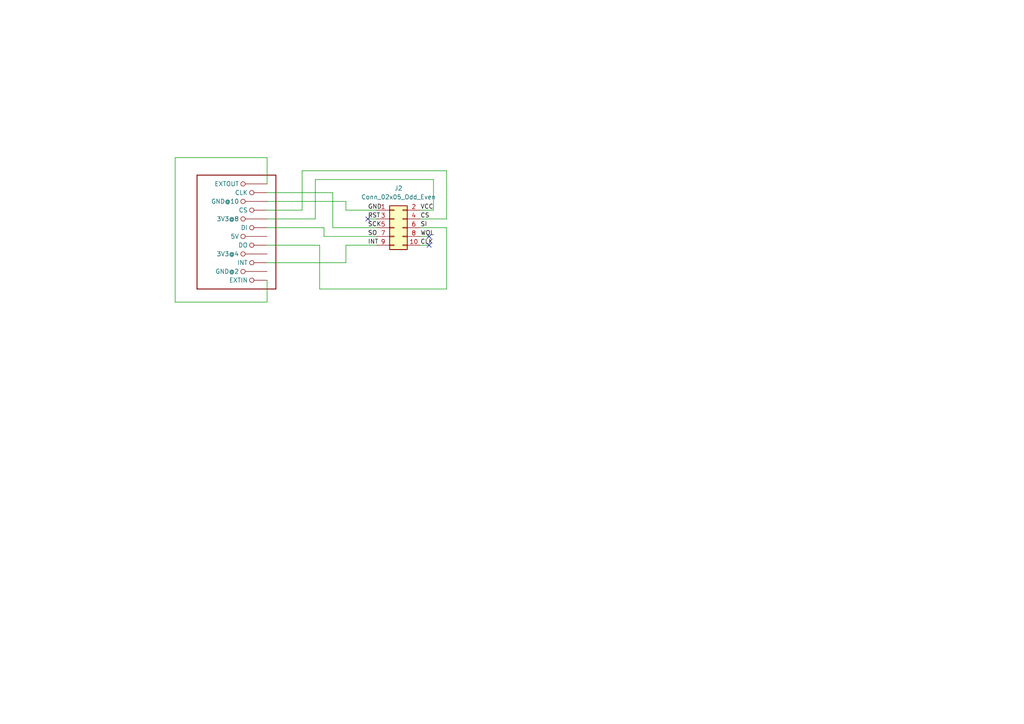
<source format=kicad_sch>
(kicad_sch (version 20230121) (generator eeschema)

  (uuid 4f7946c9-ed15-4264-b9fb-7070e1055cb7)

  (paper "A4")

  (lib_symbols
    (symbol "Connector_Generic:Conn_02x05_Odd_Even" (pin_names (offset 1.016) hide) (in_bom yes) (on_board yes)
      (property "Reference" "J" (at 1.27 7.62 0)
        (effects (font (size 1.27 1.27)))
      )
      (property "Value" "Conn_02x05_Odd_Even" (at 1.27 -7.62 0)
        (effects (font (size 1.27 1.27)))
      )
      (property "Footprint" "" (at 0 0 0)
        (effects (font (size 1.27 1.27)) hide)
      )
      (property "Datasheet" "~" (at 0 0 0)
        (effects (font (size 1.27 1.27)) hide)
      )
      (property "ki_keywords" "connector" (at 0 0 0)
        (effects (font (size 1.27 1.27)) hide)
      )
      (property "ki_description" "Generic connector, double row, 02x05, odd/even pin numbering scheme (row 1 odd numbers, row 2 even numbers), script generated (kicad-library-utils/schlib/autogen/connector/)" (at 0 0 0)
        (effects (font (size 1.27 1.27)) hide)
      )
      (property "ki_fp_filters" "Connector*:*_2x??_*" (at 0 0 0)
        (effects (font (size 1.27 1.27)) hide)
      )
      (symbol "Conn_02x05_Odd_Even_1_1"
        (rectangle (start -1.27 -4.953) (end 0 -5.207)
          (stroke (width 0.1524) (type default))
          (fill (type none))
        )
        (rectangle (start -1.27 -2.413) (end 0 -2.667)
          (stroke (width 0.1524) (type default))
          (fill (type none))
        )
        (rectangle (start -1.27 0.127) (end 0 -0.127)
          (stroke (width 0.1524) (type default))
          (fill (type none))
        )
        (rectangle (start -1.27 2.667) (end 0 2.413)
          (stroke (width 0.1524) (type default))
          (fill (type none))
        )
        (rectangle (start -1.27 5.207) (end 0 4.953)
          (stroke (width 0.1524) (type default))
          (fill (type none))
        )
        (rectangle (start -1.27 6.35) (end 3.81 -6.35)
          (stroke (width 0.254) (type default))
          (fill (type background))
        )
        (rectangle (start 3.81 -4.953) (end 2.54 -5.207)
          (stroke (width 0.1524) (type default))
          (fill (type none))
        )
        (rectangle (start 3.81 -2.413) (end 2.54 -2.667)
          (stroke (width 0.1524) (type default))
          (fill (type none))
        )
        (rectangle (start 3.81 0.127) (end 2.54 -0.127)
          (stroke (width 0.1524) (type default))
          (fill (type none))
        )
        (rectangle (start 3.81 2.667) (end 2.54 2.413)
          (stroke (width 0.1524) (type default))
          (fill (type none))
        )
        (rectangle (start 3.81 5.207) (end 2.54 4.953)
          (stroke (width 0.1524) (type default))
          (fill (type none))
        )
        (pin passive line (at -5.08 5.08 0) (length 3.81)
          (name "Pin_1" (effects (font (size 1.27 1.27))))
          (number "1" (effects (font (size 1.27 1.27))))
        )
        (pin passive line (at 7.62 -5.08 180) (length 3.81)
          (name "Pin_10" (effects (font (size 1.27 1.27))))
          (number "10" (effects (font (size 1.27 1.27))))
        )
        (pin passive line (at 7.62 5.08 180) (length 3.81)
          (name "Pin_2" (effects (font (size 1.27 1.27))))
          (number "2" (effects (font (size 1.27 1.27))))
        )
        (pin passive line (at -5.08 2.54 0) (length 3.81)
          (name "Pin_3" (effects (font (size 1.27 1.27))))
          (number "3" (effects (font (size 1.27 1.27))))
        )
        (pin passive line (at 7.62 2.54 180) (length 3.81)
          (name "Pin_4" (effects (font (size 1.27 1.27))))
          (number "4" (effects (font (size 1.27 1.27))))
        )
        (pin passive line (at -5.08 0 0) (length 3.81)
          (name "Pin_5" (effects (font (size 1.27 1.27))))
          (number "5" (effects (font (size 1.27 1.27))))
        )
        (pin passive line (at 7.62 0 180) (length 3.81)
          (name "Pin_6" (effects (font (size 1.27 1.27))))
          (number "6" (effects (font (size 1.27 1.27))))
        )
        (pin passive line (at -5.08 -2.54 0) (length 3.81)
          (name "Pin_7" (effects (font (size 1.27 1.27))))
          (number "7" (effects (font (size 1.27 1.27))))
        )
        (pin passive line (at 7.62 -2.54 180) (length 3.81)
          (name "Pin_8" (effects (font (size 1.27 1.27))))
          (number "8" (effects (font (size 1.27 1.27))))
        )
        (pin passive line (at -5.08 -5.08 0) (length 3.81)
          (name "Pin_9" (effects (font (size 1.27 1.27))))
          (number "9" (effects (font (size 1.27 1.27))))
        )
      )
    )
    (symbol "gecko-eagle-import:GC_MEMCARD" (in_bom yes) (on_board yes)
      (property "Reference" "J" (at 0 0 0)
        (effects (font (size 1.27 1.27)) hide)
      )
      (property "Value" "" (at 0 0 0)
        (effects (font (size 1.27 1.27)) hide)
      )
      (property "Footprint" "gecko:GC_MEMCARD" (at 0 0 0)
        (effects (font (size 1.27 1.27)) hide)
      )
      (property "Datasheet" "" (at 0 0 0)
        (effects (font (size 1.27 1.27)) hide)
      )
      (property "ki_locked" "" (at 0 0 0)
        (effects (font (size 1.27 1.27)))
      )
      (symbol "GC_MEMCARD_1_0"
        (polyline
          (pts
            (xy -15.24 -10.16)
            (xy -15.24 12.7)
          )
          (stroke (width 0.254) (type solid))
          (fill (type none))
        )
        (polyline
          (pts
            (xy -15.24 12.7)
            (xy 17.78 12.7)
          )
          (stroke (width 0.254) (type solid))
          (fill (type none))
        )
        (polyline
          (pts
            (xy 17.78 -10.16)
            (xy -15.24 -10.16)
          )
          (stroke (width 0.254) (type solid))
          (fill (type none))
        )
        (polyline
          (pts
            (xy 17.78 12.7)
            (xy 17.78 -10.16)
          )
          (stroke (width 0.254) (type solid))
          (fill (type none))
        )
        (pin bidirectional inverted (at 15.24 10.16 270) (length 5.08)
          (name "EXTIN" (effects (font (size 1.27 1.27))))
          (number "1" (effects (font (size 0 0))))
        )
        (pin bidirectional inverted (at -7.62 10.16 270) (length 7.62)
          (name "GND@10" (effects (font (size 1.27 1.27))))
          (number "10" (effects (font (size 0 0))))
        )
        (pin bidirectional inverted (at -10.16 10.16 270) (length 5.08)
          (name "CLK" (effects (font (size 1.27 1.27))))
          (number "11" (effects (font (size 0 0))))
        )
        (pin bidirectional inverted (at -12.7 10.16 270) (length 7.62)
          (name "EXTOUT" (effects (font (size 1.27 1.27))))
          (number "12" (effects (font (size 0 0))))
        )
        (pin bidirectional inverted (at 12.7 10.16 270) (length 7.62)
          (name "GND@2" (effects (font (size 1.27 1.27))))
          (number "2" (effects (font (size 0 0))))
        )
        (pin bidirectional inverted (at 10.16 10.16 270) (length 5.08)
          (name "INT" (effects (font (size 1.27 1.27))))
          (number "3" (effects (font (size 0 0))))
        )
        (pin bidirectional inverted (at 7.62 10.16 270) (length 7.62)
          (name "3V3@4" (effects (font (size 1.27 1.27))))
          (number "4" (effects (font (size 0 0))))
        )
        (pin bidirectional inverted (at 5.08 10.16 270) (length 5.08)
          (name "DO" (effects (font (size 1.27 1.27))))
          (number "5" (effects (font (size 0 0))))
        )
        (pin bidirectional inverted (at 2.54 10.16 270) (length 7.62)
          (name "5V" (effects (font (size 1.27 1.27))))
          (number "6" (effects (font (size 0 0))))
        )
        (pin bidirectional inverted (at 0 10.16 270) (length 5.08)
          (name "DI" (effects (font (size 1.27 1.27))))
          (number "7" (effects (font (size 0 0))))
        )
        (pin bidirectional inverted (at -2.54 10.16 270) (length 7.62)
          (name "3V3@8" (effects (font (size 1.27 1.27))))
          (number "8" (effects (font (size 0 0))))
        )
        (pin bidirectional inverted (at -5.08 10.16 270) (length 5.08)
          (name "CS" (effects (font (size 1.27 1.27))))
          (number "9" (effects (font (size 0 0))))
        )
      )
    )
  )


  (no_connect (at 124.46 68.58) (uuid 35e8c91a-1278-477f-a713-1aa0322ac29c))
  (no_connect (at 106.68 63.5) (uuid 521b7c4a-2f7c-428a-b561-48cd74eb9eed))
  (no_connect (at 124.46 71.12) (uuid e86a2a75-8431-45ba-a15f-a7e9e1d74301))

  (wire (pts (xy 109.22 60.96) (xy 100.33 60.96))
    (stroke (width 0) (type default))
    (uuid 05673691-8b71-45dd-95f4-67f9ea21ae9b)
  )
  (wire (pts (xy 92.71 71.12) (xy 77.47 71.12))
    (stroke (width 0) (type default))
    (uuid 05d68a48-6d59-4afa-b823-c3028de08015)
  )
  (wire (pts (xy 100.33 58.42) (xy 77.47 58.42))
    (stroke (width 0) (type default))
    (uuid 0ecf6e99-191a-4b07-88b2-2fb2720f2dfb)
  )
  (wire (pts (xy 50.8 87.63) (xy 77.47 87.63))
    (stroke (width 0) (type default))
    (uuid 1391b959-b3e6-4ea0-abf5-bc2485ee9441)
  )
  (wire (pts (xy 121.92 71.12) (xy 124.46 71.12))
    (stroke (width 0) (type default))
    (uuid 2a955446-be78-4dce-9de0-ab5af5553d09)
  )
  (wire (pts (xy 121.92 68.58) (xy 124.46 68.58))
    (stroke (width 0) (type default))
    (uuid 3122214a-ac49-419c-860a-3ba941205234)
  )
  (wire (pts (xy 93.98 66.04) (xy 77.47 66.04))
    (stroke (width 0) (type default))
    (uuid 3526d74c-2d0c-468b-8df7-89320c1d6f2c)
  )
  (wire (pts (xy 129.54 63.5) (xy 129.54 49.53))
    (stroke (width 0) (type default))
    (uuid 38df0b0e-5412-4258-92a0-cb97210eb36b)
  )
  (wire (pts (xy 129.54 66.04) (xy 129.54 83.82))
    (stroke (width 0) (type default))
    (uuid 3e260a7d-8963-4bc5-a587-4a6a7faeb122)
  )
  (wire (pts (xy 93.98 68.58) (xy 93.98 66.04))
    (stroke (width 0) (type default))
    (uuid 3ea45abd-070e-4546-bf20-7505bc48e204)
  )
  (wire (pts (xy 121.92 66.04) (xy 129.54 66.04))
    (stroke (width 0) (type default))
    (uuid 3f27b182-267c-435d-8d6f-4f4b9a663875)
  )
  (wire (pts (xy 121.92 63.5) (xy 129.54 63.5))
    (stroke (width 0) (type default))
    (uuid 4bd132de-3c6f-4acf-a24d-74010aedcd5a)
  )
  (wire (pts (xy 92.71 83.82) (xy 92.71 71.12))
    (stroke (width 0) (type default))
    (uuid 4fb73e4d-38e9-422c-9fad-05f028303f49)
  )
  (wire (pts (xy 109.22 71.12) (xy 100.33 71.12))
    (stroke (width 0) (type default))
    (uuid 5992717d-d82e-4bb0-993b-9bb6deee2447)
  )
  (wire (pts (xy 109.22 68.58) (xy 93.98 68.58))
    (stroke (width 0) (type default))
    (uuid 5bc957db-8376-4397-a061-41a80f9242ad)
  )
  (wire (pts (xy 77.47 53.34) (xy 77.47 45.72))
    (stroke (width 0) (type default))
    (uuid 61e12905-e6c0-4711-8214-e85bf4d89650)
  )
  (wire (pts (xy 96.52 66.04) (xy 96.52 55.88))
    (stroke (width 0) (type default))
    (uuid 68175c38-fa22-4456-9103-159e664fb8e9)
  )
  (wire (pts (xy 125.73 52.07) (xy 91.44 52.07))
    (stroke (width 0) (type default))
    (uuid 73d6d31a-0453-4ee8-b363-f2489482b2d3)
  )
  (wire (pts (xy 125.73 60.96) (xy 125.73 52.07))
    (stroke (width 0) (type default))
    (uuid 745b70d7-b763-4ebc-9e51-a5a50f001b6a)
  )
  (wire (pts (xy 129.54 83.82) (xy 92.71 83.82))
    (stroke (width 0) (type default))
    (uuid 7a691e45-b596-414a-84f6-f978ee3fed6f)
  )
  (wire (pts (xy 77.47 87.63) (xy 77.47 81.28))
    (stroke (width 0) (type default))
    (uuid 80f1cb8a-36f5-4856-915d-af969484db96)
  )
  (wire (pts (xy 100.33 76.2) (xy 77.47 76.2))
    (stroke (width 0) (type default))
    (uuid 842d272f-ba5b-411d-83e1-6eb2022a28e7)
  )
  (wire (pts (xy 121.92 60.96) (xy 125.73 60.96))
    (stroke (width 0) (type default))
    (uuid 8b66e577-e072-4ed1-bf21-17512579afd4)
  )
  (wire (pts (xy 129.54 49.53) (xy 87.63 49.53))
    (stroke (width 0) (type default))
    (uuid 92155f3d-7805-4db5-8e43-f7810a1236f3)
  )
  (wire (pts (xy 109.22 66.04) (xy 96.52 66.04))
    (stroke (width 0) (type default))
    (uuid a94d4b71-dbfd-4d69-8126-e5b39d0eb65e)
  )
  (wire (pts (xy 106.68 63.5) (xy 109.22 63.5))
    (stroke (width 0) (type default))
    (uuid b0ed4c13-760e-4f0b-a0bd-921c3f941b58)
  )
  (wire (pts (xy 50.8 45.72) (xy 50.8 87.63))
    (stroke (width 0) (type default))
    (uuid b2064761-b9b6-45f1-9324-845f07b09cb1)
  )
  (wire (pts (xy 87.63 60.96) (xy 77.47 60.96))
    (stroke (width 0) (type default))
    (uuid be8a8898-91cd-45bb-9f44-6a31a9229c6f)
  )
  (wire (pts (xy 87.63 49.53) (xy 87.63 60.96))
    (stroke (width 0) (type default))
    (uuid d2f33f94-fa78-436d-9eaa-51a64082bc49)
  )
  (wire (pts (xy 77.47 45.72) (xy 50.8 45.72))
    (stroke (width 0) (type default))
    (uuid e1cea433-c2f8-45c1-a2f2-3c3b5f9abb2c)
  )
  (wire (pts (xy 91.44 63.5) (xy 77.47 63.5))
    (stroke (width 0) (type default))
    (uuid e31b6d82-6cec-409b-a383-db6f2d11f6a8)
  )
  (wire (pts (xy 91.44 52.07) (xy 91.44 63.5))
    (stroke (width 0) (type default))
    (uuid e3296864-b4c6-4d52-bb9e-487b09d42387)
  )
  (wire (pts (xy 100.33 71.12) (xy 100.33 76.2))
    (stroke (width 0) (type default))
    (uuid fe3ba363-70b6-452f-86f3-ec976c1bb3d6)
  )
  (wire (pts (xy 100.33 60.96) (xy 100.33 58.42))
    (stroke (width 0) (type default))
    (uuid fe539c6e-1e8b-4a99-b171-69696ca6ff9e)
  )
  (wire (pts (xy 96.52 55.88) (xy 77.47 55.88))
    (stroke (width 0) (type default))
    (uuid ffbf332c-f5e1-48e9-856c-614ec37eb0df)
  )

  (label "SO" (at 106.68 68.58 0) (fields_autoplaced)
    (effects (font (size 1.27 1.27)) (justify left bottom))
    (uuid 23b3ca5f-a4c0-4ed1-aa42-94c0d7866a01)
  )
  (label "SCK" (at 106.68 66.04 0) (fields_autoplaced)
    (effects (font (size 1.27 1.27)) (justify left bottom))
    (uuid 31ef55c6-7726-45ac-a10f-8e775c861acd)
  )
  (label "INT" (at 106.68 71.12 0) (fields_autoplaced)
    (effects (font (size 1.27 1.27)) (justify left bottom))
    (uuid 5394ecb5-b2a5-470d-8645-e9ce3980bf37)
  )
  (label "CLK" (at 121.92 71.12 0) (fields_autoplaced)
    (effects (font (size 1.27 1.27)) (justify left bottom))
    (uuid 65b37e1c-90e0-4828-9d5e-730071841eb3)
  )
  (label "VCC" (at 121.92 60.96 0) (fields_autoplaced)
    (effects (font (size 1.27 1.27)) (justify left bottom))
    (uuid 8c430747-9d65-40cb-9aa7-0a1e67527e98)
  )
  (label "GND" (at 106.68 60.96 0) (fields_autoplaced)
    (effects (font (size 1.27 1.27)) (justify left bottom))
    (uuid 9f320649-80f3-4be6-8132-7b1fc1da0754)
  )
  (label "SI" (at 121.92 66.04 0) (fields_autoplaced)
    (effects (font (size 1.27 1.27)) (justify left bottom))
    (uuid 9f60cb32-e5c1-4cc0-818c-dfd5b5c40247)
  )
  (label "WOL" (at 121.92 68.58 0) (fields_autoplaced)
    (effects (font (size 1.27 1.27)) (justify left bottom))
    (uuid b0bc535e-9eec-4007-a661-632125e4c1a7)
  )
  (label "CS" (at 121.92 63.5 0) (fields_autoplaced)
    (effects (font (size 1.27 1.27)) (justify left bottom))
    (uuid c5f37f10-fc33-42fe-aef3-d62b9db7ffec)
  )
  (label "RST" (at 106.68 63.5 0) (fields_autoplaced)
    (effects (font (size 1.27 1.27)) (justify left bottom))
    (uuid e62ea187-2051-41c5-9542-39c77ba416b8)
  )

  (symbol (lib_id "Connector_Generic:Conn_02x05_Odd_Even") (at 114.3 66.04 0) (unit 1)
    (in_bom yes) (on_board yes) (dnp no) (fields_autoplaced)
    (uuid 83ff168c-bf5d-4cc2-9ed1-55e06780ffab)
    (property "Reference" "J2" (at 115.57 54.61 0)
      (effects (font (size 1.27 1.27)))
    )
    (property "Value" "Conn_02x05_Odd_Even" (at 115.57 57.15 0)
      (effects (font (size 1.27 1.27)))
    )
    (property "Footprint" "Connector_PinHeader_2.54mm:PinHeader_2x05_P2.54mm_Vertical" (at 114.3 66.04 0)
      (effects (font (size 1.27 1.27)) hide)
    )
    (property "Datasheet" "~" (at 114.3 66.04 0)
      (effects (font (size 1.27 1.27)) hide)
    )
    (pin "1" (uuid b67997f9-cedc-41ae-a484-32d1a489165c))
    (pin "10" (uuid 9f2ed321-6846-482d-8e2c-825db5c9c6c3))
    (pin "2" (uuid 3d9550f4-ca12-4869-ac90-e2a35499b6a7))
    (pin "3" (uuid 8b86093d-43d9-463f-a724-ce83bee779c1))
    (pin "4" (uuid b38f50a3-341c-4a6e-b546-b27a59cba5ac))
    (pin "5" (uuid f7c82353-9ad2-4567-bd7b-4b2e8ccd2e2a))
    (pin "6" (uuid 55099f4b-674a-4ae8-8f98-25782f914fbb))
    (pin "7" (uuid 25dca6e0-9878-47f2-8140-0c5dbea2f959))
    (pin "8" (uuid 36be7a58-b858-4752-a9e4-8aa6df45864e))
    (pin "9" (uuid a077da33-8f48-45f6-8153-8607ceba2677))
    (instances
      (project "BBAMemCardPCB"
        (path "/4f7946c9-ed15-4264-b9fb-7070e1055cb7"
          (reference "J2") (unit 1)
        )
      )
    )
  )

  (symbol (lib_id "gecko-eagle-import:GC_MEMCARD") (at 67.31 66.04 270) (unit 1)
    (in_bom yes) (on_board yes) (dnp no) (fields_autoplaced)
    (uuid cc4a6a62-ce62-4ce6-b9fc-36a700dc355b)
    (property "Reference" "J1" (at 67.31 66.04 0)
      (effects (font (size 1.27 1.27)) hide)
    )
    (property "Value" "~" (at 67.31 66.04 0)
      (effects (font (size 1.27 1.27)) hide)
    )
    (property "Footprint" "Library:GC_MEMCARD" (at 67.31 66.04 0)
      (effects (font (size 1.27 1.27)) hide)
    )
    (property "Datasheet" "" (at 67.31 66.04 0)
      (effects (font (size 1.27 1.27)) hide)
    )
    (pin "1" (uuid d6beb542-da63-4871-b6d4-208d1909b77a))
    (pin "10" (uuid 2d3feb18-b4af-4023-a12c-59c63506a590))
    (pin "11" (uuid 3d231d6a-0d80-406e-9ee1-ba426993b03b))
    (pin "12" (uuid 892f4f9a-0c47-426a-8006-1018b5d157f8))
    (pin "2" (uuid 29f324ce-8589-4f6a-a31a-9cd76d339a9e))
    (pin "3" (uuid 4caedd3c-5a8d-4f58-854e-57ef7ff8fc7d))
    (pin "4" (uuid 9ad42c26-8174-4639-bec8-2e20ae50d0f9))
    (pin "5" (uuid 8ab3506d-f477-46dc-8ee0-f8ea739faa1e))
    (pin "6" (uuid 87980c8b-17e4-4fe3-8f71-3d1179f43477))
    (pin "7" (uuid eb598601-2abf-4c90-9124-791d59efe8cb))
    (pin "8" (uuid 3df092f6-993e-4c6f-87ed-98bc7d14d90b))
    (pin "9" (uuid 48179702-46f9-4dfa-b5c1-3c97de330451))
    (instances
      (project "BBAMemCardPCB"
        (path "/4f7946c9-ed15-4264-b9fb-7070e1055cb7"
          (reference "J1") (unit 1)
        )
      )
    )
  )

  (sheet_instances
    (path "/" (page "1"))
  )
)

</source>
